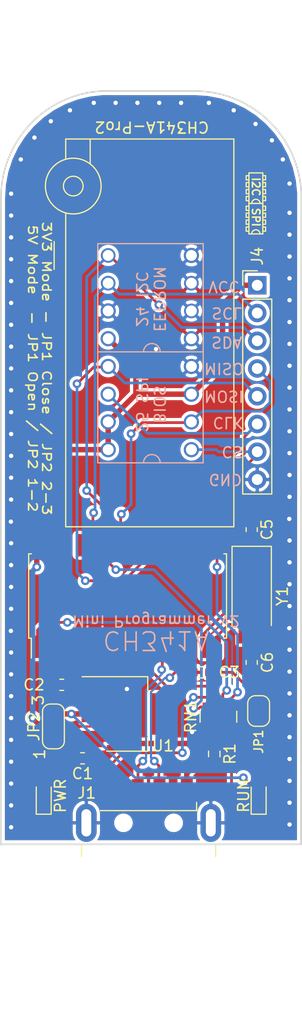
<source format=kicad_pcb>
(kicad_pcb (version 20171130) (host pcbnew "(5.1.8)-1")
  (layers (0 F.Cu signal) (31 B.Cu signal) (34 B.Paste user) (35 F.Paste user) (36 B.SilkS user) (37 F.SilkS user) (38 B.Mask user) (39 F.Mask user) (44 Edge.Cuts user))
  (net 0 "")
  (net 1 Earth)
  (net 2 /3V3)
  (net 3 /5V)
  (net 4 "Net-(C5-Pad1)")
  (net 5 "Net-(C6-Pad1)")
  (net 6 "Net-(D1-Pad2)")
  (net 7 "Net-(D2-Pad1)")
  (net 8 "Net-(J1-Pad1)")
  (net 9 /SCL)
  (net 10 /SDA)
  (net 11 /CS)
  (net 12 /MISO)
  (net 13 /CLK)
  (net 14 /MOSI)
  (net 15 "Net-(U2-Pad2)")
  (net 16 "Net-(U2-Pad3)")
  (net 17 "Net-(U2-Pad4)")
  (net 18 "Net-(U2-Pad7)")
  (net 19 "Net-(U2-Pad8)")
  (net 20 "Net-(U2-Pad16)")
  (net 21 "Net-(U2-Pad17)")
  (net 22 "Net-(U2-Pad19)")
  (net 23 "Net-(U2-Pad21)")
  (net 24 "Net-(U2-Pad25)")
  (net 25 "Net-(U2-Pad26)")
  (net 26 "Net-(RN1-Pad4)")
  (net 27 "Net-(U2-Pad5)")
  (net 28 "Net-(U2-Pad6)")
  (net 29 /VCC)
  (net 30 /USB_P)
  (net 31 /USB_N)
  (net 32 "Net-(C3-Pad2)")
  (module Jumper:SolderJumper-3_P1.3mm_Open_RoundedPad1.0x1.5mm_NumberLabels (layer F.Cu) (at 96.012 103.124 90)
    (fp_text reference JP2 (at 0 -1.8 90) (layer F.SilkS))
    (fp_text value V_SEL)
    (fp_line (start -1.4 -1) (end 1.4 -1) (layer F.SilkS) (width 0.12))
    (fp_line (start 2.05 -0.3) (end 2.05 0.3) (layer F.SilkS) (width 0.12))
    (fp_line (start 1.4 1) (end -1.4 1) (layer F.SilkS) (width 0.12))
    (fp_line (start -2.05 0.3) (end -2.05 -0.3) (layer F.SilkS) (width 0.12))
    (fp_text user 3 (at 2.413 -1.397 90) (layer F.SilkS))
    (fp_text user 1 (at -2.54 -1.27 270) (layer F.SilkS))
    (fp_arc (start 1.35 -0.3) (end 2.05 -0.3) (angle -90) (layer F.SilkS) (width 0.12))
    (fp_arc (start 1.35 0.3) (end 1.35 1) (angle -90) (layer F.SilkS) (width 0.12))
    (fp_arc (start -1.35 0.3) (end -2.05 0.3) (angle -90) (layer F.SilkS) (width 0.12))
    (fp_arc (start -1.35 -0.3) (end -1.35 -1) (angle -90) (layer F.SilkS) (width 0.12))
    (pad 1 smd custom (at -1.3 0 90) (size 1 0.5) (layers F.Cu F.Mask) (net 3 /5V) (options (clearance outline) (anchor rect)) (primitives (gr_circle (center 0 0.25) (end 0.5 0.25) (width 0)) (gr_circle (center 0 -0.25) (end 0.5 -0.25) (width 0)) (gr_poly (pts (xy 0.55 -0.75) (xy 0 -0.75) (xy 0 0.75) (xy 0.55 0.75)) (width 0))))
    (pad 3 smd custom (at 1.3 0 90) (size 1 0.5) (layers F.Cu F.Mask) (net 2 /3V3) (options (clearance outline) (anchor rect)) (primitives (gr_circle (center 0 0.25) (end 0.5 0.25) (width 0)) (gr_circle (center 0 -0.25) (end 0.5 -0.25) (width 0)) (gr_poly (pts (xy -0.55 -0.75) (xy 0 -0.75) (xy 0 0.75) (xy -0.55 0.75)) (width 0))))
    (pad 2 smd rect (at 0 0 90) (size 1 1.5) (layers F.Cu F.Mask) (net 29 /VCC))
  )
  (module Socket:DIP_Socket-16_W4.3_W5.08_W7.62_W10.16_W10.9_3M_216-3340-00-0602J (layer F.Cu) (at 101.0285 60.0075)
    (fp_text reference J3 hide)
    (fp_text value ZIF-16)
    (fp_circle (center -3.2 -6.35) (end -0.65 -6.35) (layer F.SilkS) (width 0.12))
    (fp_circle (center -3.2 -6.35) (end -2.3 -6.35) (layer F.SilkS) (width 0.12))
    (fp_line (start -3.89 -3.9) (end -3.89 24.84) (layer F.SilkS) (width 0.12))
    (fp_line (start -3.89 24.84) (end 11.51 24.84) (layer F.SilkS) (width 0.12))
    (fp_line (start 11.51 24.84) (end 11.51 -10.66) (layer F.SilkS) (width 0.12))
    (fp_line (start 11.51 -10.66) (end -3.89 -10.66) (layer F.SilkS) (width 0.12))
    (fp_line (start -3.89 -10.66) (end -3.89 -8.8) (layer F.SilkS) (width 0.12))
    (fp_line (start -1.65 -10.66) (end -1.65 -8.4) (layer F.SilkS) (width 0.12))
    (fp_line (start -4.95 1.27) (end -4.95 -1.27) (layer F.SilkS) (width 0.12))
    (pad 9 thru_hole circle (at 7.62 17.78) (size 1.4 1.4) (drill 1) (layers *.Cu *.Mask) (net 11 /CS))
    (pad 8 thru_hole circle (at 0 17.78) (size 1.4 1.4) (drill 1) (layers *.Cu *.Mask) (net 29 /VCC))
    (pad 10 thru_hole circle (at 7.62 15.24) (size 1.4 1.4) (drill 1) (layers *.Cu *.Mask) (net 12 /MISO))
    (pad 7 thru_hole circle (at 0 15.24) (size 1.4 1.4) (drill 1) (layers *.Cu *.Mask) (net 29 /VCC))
    (pad 11 thru_hole circle (at 7.62 12.7) (size 1.4 1.4) (drill 1) (layers *.Cu *.Mask) (net 29 /VCC))
    (pad 6 thru_hole circle (at 0 12.7) (size 1.4 1.4) (drill 1) (layers *.Cu *.Mask) (net 13 /CLK))
    (pad 12 thru_hole circle (at 7.62 10.16) (size 1.4 1.4) (drill 1) (layers *.Cu *.Mask) (net 1 Earth))
    (pad 5 thru_hole circle (at 0 10.16) (size 1.4 1.4) (drill 1) (layers *.Cu *.Mask) (net 14 /MOSI))
    (pad 13 thru_hole circle (at 7.62 7.62) (size 1.4 1.4) (drill 1) (layers *.Cu *.Mask) (net 1 Earth))
    (pad 4 thru_hole circle (at 0 7.62) (size 1.4 1.4) (drill 1) (layers *.Cu *.Mask) (net 29 /VCC))
    (pad 14 thru_hole circle (at 7.62 5.08) (size 1.35 1.35) (drill 1) (layers *.Cu *.Mask) (net 1 Earth))
    (pad 3 thru_hole circle (at 0 5.08) (size 1.4 1.4) (drill 1) (layers *.Cu *.Mask) (net 1 Earth))
    (pad 15 thru_hole circle (at 7.62 2.54) (size 1.35 1.35) (drill 1) (layers *.Cu *.Mask) (net 1 Earth))
    (pad 2 thru_hole circle (at 0 2.54) (size 1.35 1.35) (drill 1) (layers *.Cu *.Mask) (net 9 /SCL))
    (pad 16 thru_hole circle (at 7.62 0) (size 1.4 1.4) (drill 1) (layers *.Cu *.Mask) (net 1 Earth))
    (pad 1 thru_hole circle (at 0 0) (size 1.35 1.35) (drill 1) (layers *.Cu *.Mask) (net 10 /SDA))
  )
  (module Resistor_SMD:R_Array_Convex_4x0603 (layer F.Cu) (at 111.125 102.235 270)
    (fp_text reference RN1 (at 0 2.54 90) (layer F.SilkS))
    (fp_text value 222 hide)
    (fp_line (start 0.5 -1.68) (end -0.5 -1.68) (layer F.SilkS) (width 0.12))
    (fp_line (start 0.5 1.68) (end -0.5 1.68) (layer F.SilkS) (width 0.12))
    (pad 1 smd rect (at -0.9 -1.2 270) (size 0.8 0.5) (layers F.Cu F.Paste F.Mask) (net 11 /CS))
    (pad 3 smd rect (at -0.9 0.4 270) (size 0.8 0.4) (layers F.Cu F.Paste F.Mask) (net 6 "Net-(D1-Pad2)"))
    (pad 2 smd rect (at -0.9 -0.4 270) (size 0.8 0.4) (layers F.Cu F.Paste F.Mask) (net 10 /SDA))
    (pad 4 smd rect (at -0.9 1.2 270) (size 0.8 0.5) (layers F.Cu F.Paste F.Mask) (net 26 "Net-(RN1-Pad4)"))
    (pad 7 smd rect (at 0.9 -0.4 270) (size 0.8 0.4) (layers F.Cu F.Paste F.Mask) (net 7 "Net-(D2-Pad1)"))
    (pad 8 smd rect (at 0.9 -1.2 270) (size 0.8 0.5) (layers F.Cu F.Paste F.Mask) (net 7 "Net-(D2-Pad1)"))
    (pad 6 smd rect (at 0.9 0.4 270) (size 0.8 0.4) (layers F.Cu F.Paste F.Mask) (net 3 /5V))
    (pad 5 smd rect (at 0.9 1.2 270) (size 0.8 0.5) (layers F.Cu F.Paste F.Mask) (net 1 Earth))
  )
  (module Package_TO_SOT_SMD:SOT-223-3_TabPin2 (layer F.Cu) (at 102.743 101.981)
    (fp_text reference U1 (at 3.302 2.921 180) (layer F.SilkS))
    (fp_text value AMS1117-3.3 hide)
    (fp_line (start -4.1 -3.41) (end 1.91 -3.41) (layer F.SilkS) (width 0.12))
    (fp_line (start -1.85 3.41) (end 1.91 3.41) (layer F.SilkS) (width 0.12))
    (fp_line (start 1.91 -3.41) (end 1.91 -2.15) (layer F.SilkS) (width 0.12))
    (fp_line (start 1.91 3.41) (end 1.91 2.15) (layer F.SilkS) (width 0.12))
    (pad 2 smd rect (at 3.15 0) (size 2 3.8) (layers F.Cu F.Paste F.Mask) (net 2 /3V3))
    (pad 2 smd rect (at -3.15 0) (size 2 1.5) (layers F.Cu F.Paste F.Mask) (net 2 /3V3))
    (pad 3 smd rect (at -3.15 2.3) (size 2 1.5) (layers F.Cu F.Paste F.Mask) (net 3 /5V))
    (pad 1 smd rect (at -3.15 -2.3) (size 2 1.5) (layers F.Cu F.Paste F.Mask) (net 1 Earth))
  )
  (module Package_SO:SOIC-28W_7.5x17.9mm_P1.27mm (layer F.Cu) (at 102.8065 91.186 90)
    (fp_text reference U2 hide)
    (fp_text value CH341a hide)
    (fp_line (start -3.86 -8.815) (end -5.675 -8.815) (layer F.SilkS) (width 0.12))
    (fp_line (start -3.86 -9.06) (end -3.86 -8.815) (layer F.SilkS) (width 0.12))
    (fp_line (start 0 -9.06) (end -3.86 -9.06) (layer F.SilkS) (width 0.12))
    (fp_line (start 3.86 -9.06) (end 3.86 -8.815) (layer F.SilkS) (width 0.12))
    (fp_line (start 0 -9.06) (end 3.86 -9.06) (layer F.SilkS) (width 0.12))
    (fp_line (start -3.86 9.06) (end -3.86 8.815) (layer F.SilkS) (width 0.12))
    (fp_line (start 0 9.06) (end -3.86 9.06) (layer F.SilkS) (width 0.12))
    (fp_line (start 3.86 9.06) (end 3.86 8.815) (layer F.SilkS) (width 0.12))
    (fp_line (start 0 9.06) (end 3.86 9.06) (layer F.SilkS) (width 0.12))
    (pad 1 smd roundrect (at -4.65 -8.255 90) (size 2.05 0.6) (layers F.Cu F.Paste F.Mask) (net 26 "Net-(RN1-Pad4)"))
    (pad 2 smd roundrect (at -4.65 -6.985 90) (size 2.05 0.6) (layers F.Cu F.Paste F.Mask) (net 15 "Net-(U2-Pad2)"))
    (pad 3 smd roundrect (at -4.65 -5.715 90) (size 2.05 0.6) (layers F.Cu F.Paste F.Mask) (net 16 "Net-(U2-Pad3)"))
    (pad 4 smd roundrect (at -4.65 -4.445 90) (size 2.05 0.6) (layers F.Cu F.Paste F.Mask) (net 17 "Net-(U2-Pad4)"))
    (pad 5 smd roundrect (at -4.65 -3.175 90) (size 2.05 0.6) (layers F.Cu F.Paste F.Mask) (net 27 "Net-(U2-Pad5)"))
    (pad 6 smd roundrect (at -4.65 -1.905 90) (size 2.05 0.6) (layers F.Cu F.Paste F.Mask) (net 28 "Net-(U2-Pad6)"))
    (pad 7 smd roundrect (at -4.65 -0.635 90) (size 2.05 0.6) (layers F.Cu F.Paste F.Mask) (net 18 "Net-(U2-Pad7)"))
    (pad 8 smd roundrect (at -4.65 0.635 90) (size 2.05 0.6) (layers F.Cu F.Paste F.Mask) (net 19 "Net-(U2-Pad8)"))
    (pad 9 smd roundrect (at -4.65 1.905 90) (size 2.05 0.6) (layers F.Cu F.Paste F.Mask) (net 32 "Net-(C3-Pad2)"))
    (pad 10 smd roundrect (at -4.65 3.175 90) (size 2.05 0.6) (layers F.Cu F.Paste F.Mask) (net 30 /USB_P))
    (pad 11 smd roundrect (at -4.65 4.445 90) (size 2.05 0.6) (layers F.Cu F.Paste F.Mask) (net 31 /USB_N))
    (pad 12 smd roundrect (at -4.65 5.715 90) (size 2.05 0.6) (layers F.Cu F.Paste F.Mask) (net 1 Earth))
    (pad 13 smd roundrect (at -4.65 6.985 90) (size 2.05 0.6) (layers F.Cu F.Paste F.Mask) (net 4 "Net-(C5-Pad1)"))
    (pad 14 smd roundrect (at -4.65 8.255 90) (size 2.05 0.6) (layers F.Cu F.Paste F.Mask) (net 5 "Net-(C6-Pad1)"))
    (pad 15 smd roundrect (at 4.65 8.255 90) (size 2.05 0.6) (layers F.Cu F.Paste F.Mask) (net 11 /CS))
    (pad 16 smd roundrect (at 4.65 6.985 90) (size 2.05 0.6) (layers F.Cu F.Paste F.Mask) (net 20 "Net-(U2-Pad16)"))
    (pad 17 smd roundrect (at 4.65 5.715 90) (size 2.05 0.6) (layers F.Cu F.Paste F.Mask) (net 21 "Net-(U2-Pad17)"))
    (pad 18 smd roundrect (at 4.65 4.445 90) (size 2.05 0.6) (layers F.Cu F.Paste F.Mask) (net 13 /CLK))
    (pad 19 smd roundrect (at 4.65 3.175 90) (size 2.05 0.6) (layers F.Cu F.Paste F.Mask) (net 22 "Net-(U2-Pad19)"))
    (pad 20 smd roundrect (at 4.65 1.905 90) (size 2.05 0.6) (layers F.Cu F.Paste F.Mask) (net 14 /MOSI))
    (pad 21 smd roundrect (at 4.65 0.635 90) (size 2.05 0.6) (layers F.Cu F.Paste F.Mask) (net 23 "Net-(U2-Pad21)"))
    (pad 22 smd roundrect (at 4.65 -0.635 90) (size 2.05 0.6) (layers F.Cu F.Paste F.Mask) (net 12 /MISO))
    (pad 23 smd roundrect (at 4.65 -1.905 90) (size 2.05 0.6) (layers F.Cu F.Paste F.Mask) (net 10 /SDA))
    (pad 24 smd roundrect (at 4.65 -3.175 90) (size 2.05 0.6) (layers F.Cu F.Paste F.Mask) (net 9 /SCL))
    (pad 25 smd roundrect (at 4.65 -4.445 90) (size 2.05 0.6) (layers F.Cu F.Paste F.Mask) (net 24 "Net-(U2-Pad25)"))
    (pad 26 smd roundrect (at 4.65 -5.715 90) (size 2.05 0.6) (layers F.Cu F.Paste F.Mask) (net 25 "Net-(U2-Pad26)"))
    (pad 27 smd roundrect (at 4.65 -6.985 90) (size 2.05 0.6) (layers F.Cu F.Paste F.Mask) (net 1 Earth))
    (pad 28 smd roundrect (at 4.65 -8.255 90) (size 2.05 0.6) (layers F.Cu F.Paste F.Mask) (net 29 /VCC))
  )
  (module Connector_USB:USB_A_CNCTech_1001-011-01101_Horizontal (layer F.Cu) (at 104.7265 118.8505 270)
    (fp_text reference J1 (at -9.6305 5.6665 180) (layer F.SilkS))
    (fp_text value USB_A)
    (fp_line (start -8.02 -4.4) (end -8.775 -4.4) (layer F.SilkS) (width 0.12))
    (fp_line (start -4.85 6.145) (end -3.8 6.145) (layer F.SilkS) (width 0.12))
    (fp_line (start -4.85 -6.145) (end -3.8 -6.145) (layer F.SilkS) (width 0.12))
    (fp_line (start -8.02 -4.4) (end -8.02 4.4) (layer F.SilkS) (width 0.12))
    (pad 2 smd rect (at -9.65 -1 270) (size 2.5 1.1) (layers F.Cu F.Paste F.Mask) (net 31 /USB_N))
    (pad 3 smd rect (at -9.65 1 270) (size 2.5 1.1) (layers F.Cu F.Paste F.Mask) (net 30 /USB_P))
    (pad 1 smd rect (at -9.65 -3.5 270) (size 2.5 1.1) (layers F.Cu F.Paste F.Mask) (net 8 "Net-(J1-Pad1)"))
    (pad 4 smd rect (at -9.65 3.5 270) (size 2.5 1.1) (layers F.Cu F.Paste F.Mask) (net 1 Earth))
    (pad 5 thru_hole oval (at -6.9 -5.7 270) (size 3.5 1.9) (drill oval 2.5 0.9) (layers *.Cu *.Mask) (net 1 Earth))
    (pad 5 thru_hole oval (at -6.9 5.7 270) (size 3.5 1.9) (drill oval 2.5 0.9) (layers *.Cu *.Mask) (net 1 Earth))
    (pad "" np_thru_hole circle (at -6.9 -2.3 270) (size 1.1 1.1) (drill 1.1) (layers *.Cu *.Mask))
    (pad "" np_thru_hole circle (at -6.9 2.3 270) (size 1.1 1.1) (drill 1.1) (layers *.Cu *.Mask))
  )
  (module Capacitor_SMD:C_0603_1608Metric_Pad1.05x0.95mm_HandSolder (layer F.Cu) (at 98.679 106.045 180)
    (fp_text reference C1 (at 0 -1.397) (layer F.SilkS))
    (fp_text value 104)
    (fp_line (start -0.171267 0.51) (end 0.171267 0.51) (layer F.SilkS) (width 0.12))
    (fp_line (start -0.171267 -0.51) (end 0.171267 -0.51) (layer F.SilkS) (width 0.12))
    (pad 1 smd roundrect (at -0.875 0 180) (size 1.05 0.95) (layers F.Cu F.Paste F.Mask) (net 3 /5V))
    (pad 2 smd roundrect (at 0.875 0 180) (size 1.05 0.95) (layers F.Cu F.Paste F.Mask) (net 1 Earth))
  )
  (module Capacitor_SMD:C_0603_1608Metric_Pad1.05x0.95mm_HandSolder (layer F.Cu) (at 96.774 99.314)
    (fp_text reference C2 (at -2.54 0 180) (layer F.SilkS))
    (fp_text value 104)
    (fp_line (start -0.171267 0.51) (end 0.171267 0.51) (layer F.SilkS) (width 0.12))
    (fp_line (start -0.171267 -0.51) (end 0.171267 -0.51) (layer F.SilkS) (width 0.12))
    (pad 1 smd roundrect (at -0.875 0) (size 1.05 0.95) (layers F.Cu F.Paste F.Mask) (net 2 /3V3))
    (pad 2 smd roundrect (at 0.875 0) (size 1.05 0.95) (layers F.Cu F.Paste F.Mask) (net 1 Earth))
  )
  (module Capacitor_SMD:C_0603_1608Metric_Pad1.05x0.95mm_HandSolder (layer F.Cu) (at 109.5642 98.171)
    (fp_text reference C3 (at 2.5514 0) (layer F.SilkS))
    (fp_text value 472)
    (fp_line (start -0.171267 -0.51) (end 0.171267 -0.51) (layer F.SilkS) (width 0.12))
    (fp_line (start -0.171267 0.51) (end 0.171267 0.51) (layer F.SilkS) (width 0.12))
    (pad 2 smd roundrect (at 0.875 0) (size 1.05 0.95) (layers F.Cu F.Paste F.Mask) (net 32 "Net-(C3-Pad2)"))
    (pad 1 smd roundrect (at -0.875 0) (size 1.05 0.95) (layers F.Cu F.Paste F.Mask) (net 1 Earth))
  )
  (module Capacitor_SMD:C_0603_1608Metric_Pad1.05x0.95mm_HandSolder (layer F.Cu) (at 114.173 85.104 90)
    (fp_text reference C5 (at 0 1.397 90) (layer F.SilkS))
    (fp_text value 20p)
    (fp_line (start -0.171267 0.51) (end 0.171267 0.51) (layer F.SilkS) (width 0.12))
    (fp_line (start -0.171267 -0.51) (end 0.171267 -0.51) (layer F.SilkS) (width 0.12))
    (pad 1 smd roundrect (at -0.875 0 90) (size 1.05 0.95) (layers F.Cu F.Paste F.Mask) (net 4 "Net-(C5-Pad1)"))
    (pad 2 smd roundrect (at 0.875 0 90) (size 1.05 0.95) (layers F.Cu F.Paste F.Mask) (net 1 Earth))
  )
  (module Capacitor_SMD:C_0603_1608Metric_Pad1.05x0.95mm_HandSolder (layer F.Cu) (at 114.173 97.268 270)
    (fp_text reference C6 (at 0 -1.43 90) (layer F.SilkS))
    (fp_text value 20p)
    (fp_line (start -0.171267 -0.51) (end 0.171267 -0.51) (layer F.SilkS) (width 0.12))
    (fp_line (start -0.171267 0.51) (end 0.171267 0.51) (layer F.SilkS) (width 0.12))
    (pad 2 smd roundrect (at 0.875 0 270) (size 1.05 0.95) (layers F.Cu F.Paste F.Mask) (net 1 Earth))
    (pad 1 smd roundrect (at -0.875 0 270) (size 1.05 0.95) (layers F.Cu F.Paste F.Mask) (net 5 "Net-(C6-Pad1)"))
  )
  (module LED_SMD:LED_0603_1608Metric_Castellated (layer F.Cu) (at 95.123 109.474 90)
    (fp_text reference PWR (at 0 1.524 90) (layer F.SilkS))
    (fp_text value PWR)
    (fp_line (start 0.8 -0.685) (end -1.685 -0.685) (layer F.SilkS) (width 0.12))
    (fp_line (start -1.685 -0.685) (end -1.685 0.685) (layer F.SilkS) (width 0.12))
    (fp_line (start -1.685 0.685) (end 0.8 0.685) (layer F.SilkS) (width 0.12))
    (pad 2 smd roundrect (at 0.8125 0 90) (size 1.225 0.85) (layers F.Cu F.Paste F.Mask) (net 6 "Net-(D1-Pad2)"))
    (pad 1 smd roundrect (at -0.8125 0 90) (size 1.225 0.85) (layers F.Cu F.Paste F.Mask) (net 1 Earth))
  )
  (module LED_SMD:LED_0603_1608Metric_Castellated (layer F.Cu) (at 114.808 109.474 90)
    (fp_text reference RUN (at 0 -1.38 90) (layer F.SilkS))
    (fp_text value RUN)
    (fp_line (start -1.685 0.685) (end 0.8 0.685) (layer F.SilkS) (width 0.12))
    (fp_line (start -1.685 -0.685) (end -1.685 0.685) (layer F.SilkS) (width 0.12))
    (fp_line (start 0.8 -0.685) (end -1.685 -0.685) (layer F.SilkS) (width 0.12))
    (pad 1 smd roundrect (at -0.8125 0 90) (size 1.225 0.85) (layers F.Cu F.Paste F.Mask) (net 7 "Net-(D2-Pad1)"))
    (pad 2 smd roundrect (at 0.8125 0 90) (size 1.225 0.85) (layers F.Cu F.Paste F.Mask) (net 2 /3V3))
  )
  (module Jumper:SolderJumper-2_P1.3mm_Open_RoundedPad1.0x1.5mm (layer F.Cu) (at 114.808 101.712 270)
    (fp_text reference JP1 (at 2.809 0 90) (layer F.SilkS) (effects (font (size 0.8 0.8))))
    (fp_text value " ")
    (fp_line (start -0.7 -1) (end 0.7 -1) (layer F.SilkS) (width 0.12))
    (fp_line (start 1.4 -0.3) (end 1.4 0.3) (layer F.SilkS) (width 0.12))
    (fp_line (start 0.7 1) (end -0.7 1) (layer F.SilkS) (width 0.12))
    (fp_line (start -1.4 0.3) (end -1.4 -0.3) (layer F.SilkS) (width 0.12))
    (fp_arc (start 0.7 -0.3) (end 1.4 -0.3) (angle -90) (layer F.SilkS) (width 0.12))
    (fp_arc (start 0.7 0.3) (end 0.7 1) (angle -90) (layer F.SilkS) (width 0.12))
    (fp_arc (start -0.7 0.3) (end -1.4 0.3) (angle -90) (layer F.SilkS) (width 0.12))
    (fp_arc (start -0.7 -0.3) (end -0.7 -1) (angle -90) (layer F.SilkS) (width 0.12))
    (pad 1 smd custom (at -0.65 0 270) (size 1 0.5) (layers F.Cu F.Mask) (net 32 "Net-(C3-Pad2)") (options (clearance outline) (anchor rect)) (primitives (gr_circle (center 0 0.25) (end 0.5 0.25) (width 0)) (gr_circle (center 0 -0.25) (end 0.5 -0.25) (width 0)) (gr_poly (pts (xy 0 -0.75) (xy 0.5 -0.75) (xy 0.5 0.75) (xy 0 0.75)) (width 0))))
    (pad 2 smd custom (at 0.65 0 270) (size 1 0.5) (layers F.Cu F.Mask) (net 2 /3V3) (options (clearance outline) (anchor rect)) (primitives (gr_circle (center 0 0.25) (end 0.5 0.25) (width 0)) (gr_circle (center 0 -0.25) (end 0.5 -0.25) (width 0)) (gr_poly (pts (xy 0 -0.75) (xy -0.5 -0.75) (xy -0.5 0.75) (xy 0 0.75)) (width 0))))
  )
  (module Resistor_SMD:R_0603_1608Metric_Pad0.98x0.95mm_HandSolder (layer F.Cu) (at 110.744 105.6405 270)
    (fp_text reference R1 (at 0 -1.43 90) (layer F.SilkS))
    (fp_text value 0R)
    (fp_line (start -0.254724 0.5225) (end 0.254724 0.5225) (layer F.SilkS) (width 0.12))
    (fp_line (start -0.254724 -0.5225) (end 0.254724 -0.5225) (layer F.SilkS) (width 0.12))
    (pad 1 smd roundrect (at -0.9125 0 270) (size 0.975 0.95) (layers F.Cu F.Paste F.Mask) (net 3 /5V))
    (pad 2 smd roundrect (at 0.9125 0 270) (size 0.975 0.95) (layers F.Cu F.Paste F.Mask) (net 8 "Net-(J1-Pad1)"))
  )
  (module Crystal:Crystal_SMD_5032-2Pin_5.0x3.2mm_HandSoldering (layer F.Cu) (at 114.173 91.186 270)
    (fp_text reference Y1 (at 0 -2.8 90) (layer F.SilkS))
    (fp_text value 12M)
    (fp_line (start -4.55 1.8) (end 2.7 1.8) (layer F.SilkS) (width 0.12))
    (fp_line (start -4.55 -1.8) (end -4.55 1.8) (layer F.SilkS) (width 0.12))
    (fp_line (start 2.7 -1.8) (end -4.55 -1.8) (layer F.SilkS) (width 0.12))
    (pad 1 smd rect (at -2.6 0 270) (size 3.5 2.4) (layers F.Cu F.Paste F.Mask) (net 4 "Net-(C5-Pad1)"))
    (pad 2 smd rect (at 2.6 0 270) (size 3.5 2.4) (layers F.Cu F.Paste F.Mask) (net 5 "Net-(C6-Pad1)"))
  )
  (module Connector_PinHeader_2.54mm:PinHeader_1x08_P2.54mm_Vertical (layer F.Cu) (at 114.681 62.738)
    (fp_text reference J4 (at 0 -2.667 90) (layer F.SilkS))
    (fp_text value " ")
    (fp_line (start -1.33 -1.33) (end 0 -1.33) (layer F.SilkS) (width 0.12))
    (fp_line (start -1.33 0) (end -1.33 -1.33) (layer F.SilkS) (width 0.12))
    (fp_line (start -1.33 1.27) (end 1.33 1.27) (layer F.SilkS) (width 0.12))
    (fp_line (start 1.33 1.27) (end 1.33 19.11) (layer F.SilkS) (width 0.12))
    (fp_line (start -1.33 1.27) (end -1.33 19.11) (layer F.SilkS) (width 0.12))
    (fp_line (start -1.33 19.11) (end 1.33 19.11) (layer F.SilkS) (width 0.12))
    (pad 1 thru_hole rect (at 0 0) (size 1.7 1.7) (drill 1) (layers *.Cu *.Mask) (net 29 /VCC))
    (pad 2 thru_hole oval (at 0 2.54) (size 1.7 1.7) (drill 1) (layers *.Cu *.Mask) (net 9 /SCL))
    (pad 3 thru_hole oval (at 0 5.08) (size 1.7 1.7) (drill 1) (layers *.Cu *.Mask) (net 10 /SDA))
    (pad 4 thru_hole oval (at 0 7.62) (size 1.7 1.7) (drill 1) (layers *.Cu *.Mask) (net 12 /MISO))
    (pad 5 thru_hole oval (at 0 10.16) (size 1.7 1.7) (drill 1) (layers *.Cu *.Mask) (net 14 /MOSI))
    (pad 6 thru_hole oval (at 0 12.7) (size 1.7 1.7) (drill 1) (layers *.Cu *.Mask) (net 13 /CLK))
    (pad 7 thru_hole oval (at 0 15.24) (size 1.7 1.7) (drill 1) (layers *.Cu *.Mask) (net 11 /CS))
    (pad 8 thru_hole oval (at 0 17.78) (size 1.7 1.7) (drill 1) (layers *.Cu *.Mask) (net 1 Earth))
  )
  (gr_arc (start 105.029 78.994) (end 105.791 78.994) (angle -180) (layer B.SilkS) (width 0.12))
  (gr_arc (start 105.029 68.834) (end 105.791 68.834) (angle -180) (layer B.SilkS) (width 0.12))
  (gr_text "Mini Programmer v2" (at 105.41 93.472 180) (layer B.SilkS) (effects (font (size 1 1)) (justify mirror)))
  (gr_text CH341A (at 105.41 95.25 180) (layer B.SilkS) (effects (font (size 1.7 1.7)) (justify mirror)))
  (gr_text "EEPROM\n24 I2C" (at 104.902 64.008 270) (layer B.SilkS) (effects (font (size 1 1)) (justify mirror)))
  (gr_text "BIOS\n25 SPI" (at 104.902 73.66 270) (layer B.SilkS) (effects (font (size 1 1)) (justify mirror)))
  (gr_line (start 100.076 58.928) (end 100.076 68.834) (layer B.SilkS) (width 0.12))
  (gr_line (start 109.728 58.928) (end 100.076 58.928) (layer B.SilkS) (width 0.12))
  (gr_line (start 109.728 68.834) (end 109.728 58.928) (layer B.SilkS) (width 0.12))
  (gr_line (start 100.076 68.834) (end 109.728 68.834) (layer B.SilkS) (width 0.12))
  (gr_line (start 100.076 78.994) (end 100.076 68.834) (layer B.SilkS) (width 0.12))
  (gr_line (start 109.728 78.994) (end 100.076 78.994) (layer B.SilkS) (width 0.12))
  (gr_line (start 109.728 68.834) (end 109.728 78.994) (layer B.SilkS) (width 0.12))
  (gr_text GND (at 111.76 80.518 180) (layer B.SilkS) (effects (font (size 1 1)) (justify mirror)))
  (gr_text CS (at 112.395 77.978 180) (layer B.SilkS) (effects (font (size 1 1)) (justify mirror)))
  (gr_text CLK (at 112.014 75.311 180) (layer B.SilkS) (effects (font (size 1 1)) (justify mirror)))
  (gr_text MOSI (at 111.633 72.898 180) (layer B.SilkS) (effects (font (size 1 1)) (justify mirror)))
  (gr_text MISO (at 111.633 70.358 180) (layer B.SilkS) (effects (font (size 1 1)) (justify mirror)))
  (gr_text SDA (at 111.887 67.945 180) (layer B.SilkS) (effects (font (size 1 1)) (justify mirror)))
  (gr_text SCL (at 111.887 65.278 180) (layer B.SilkS) (effects (font (size 1 1)) (justify mirror)))
  (gr_text VCC (at 111.633 62.865 180) (layer B.SilkS) (effects (font (size 1 1)) (justify mirror)))
  (gr_text CH341A-Pro2 (at 105.029 48.26 180) (layer F.SilkS) (effects (font (size 1 1))))
  (gr_text SPI (at 114.554 56.515 270) (layer F.SilkS) (effects (font (size 0.7 0.7))))
  (gr_text I2C (at 114.554 53.721 270) (layer F.SilkS) (effects (font (size 0.7 0.7))))
  (gr_line (start 113.665 53.721) (end 113.665 53.34) (layer F.SilkS) (width 0.12))
  (gr_line (start 115.189 52.705) (end 115.443 52.705) (layer F.SilkS) (width 0.12))
  (gr_line (start 113.919 55.245) (end 115.189 55.245) (layer F.SilkS) (width 0.12))
  (gr_line (start 115.443 54.61) (end 115.443 54.991) (layer F.SilkS) (width 0.12))
  (gr_line (start 115.443 54.356) (end 115.189 54.356) (layer F.SilkS) (width 0.12))
  (gr_line (start 115.189 53.975) (end 115.443 53.975) (layer F.SilkS) (width 0.12))
  (gr_line (start 113.665 53.975) (end 113.919 53.975) (layer F.SilkS) (width 0.12))
  (gr_line (start 113.665 54.61) (end 113.919 54.61) (layer F.SilkS) (width 0.12))
  (gr_line (start 115.189 54.61) (end 115.443 54.61) (layer F.SilkS) (width 0.12))
  (gr_line (start 113.919 54.991) (end 113.665 54.991) (layer F.SilkS) (width 0.12))
  (gr_line (start 113.665 54.356) (end 113.665 53.975) (layer F.SilkS) (width 0.12))
  (gr_line (start 113.665 53.086) (end 113.665 52.705) (layer F.SilkS) (width 0.12))
  (gr_line (start 115.189 53.34) (end 115.443 53.34) (layer F.SilkS) (width 0.12))
  (gr_line (start 115.443 53.975) (end 115.443 54.356) (layer F.SilkS) (width 0.12))
  (gr_line (start 113.665 52.705) (end 113.919 52.705) (layer F.SilkS) (width 0.12))
  (gr_line (start 115.189 52.451) (end 113.919 52.451) (layer F.SilkS) (width 0.12))
  (gr_line (start 113.919 53.086) (end 113.665 53.086) (layer F.SilkS) (width 0.12))
  (gr_line (start 115.443 54.991) (end 115.189 54.991) (layer F.SilkS) (width 0.12))
  (gr_arc (start 114.554 55.245) (end 114.935 55.245) (angle -180) (layer F.SilkS) (width 0.12))
  (gr_line (start 115.443 53.086) (end 115.189 53.086) (layer F.SilkS) (width 0.12))
  (gr_line (start 115.443 53.34) (end 115.443 53.721) (layer F.SilkS) (width 0.12))
  (gr_line (start 115.443 52.705) (end 115.443 53.086) (layer F.SilkS) (width 0.12))
  (gr_line (start 113.665 53.34) (end 113.919 53.34) (layer F.SilkS) (width 0.12))
  (gr_line (start 113.919 53.721) (end 113.665 53.721) (layer F.SilkS) (width 0.12))
  (gr_line (start 115.189 55.245) (end 115.189 52.451) (layer F.SilkS) (width 0.12))
  (gr_line (start 113.919 54.356) (end 113.665 54.356) (layer F.SilkS) (width 0.12))
  (gr_line (start 115.443 53.721) (end 115.189 53.721) (layer F.SilkS) (width 0.12))
  (gr_line (start 113.665 54.991) (end 113.665 54.61) (layer F.SilkS) (width 0.12))
  (gr_line (start 113.919 52.451) (end 113.919 55.245) (layer F.SilkS) (width 0.12))
  (gr_arc (start 114.554 58.039) (end 114.935 58.039) (angle -180) (layer F.SilkS) (width 0.12))
  (gr_line (start 115.443 56.769) (end 115.443 57.15) (layer F.SilkS) (width 0.12))
  (gr_line (start 115.443 56.515) (end 115.189 56.515) (layer F.SilkS) (width 0.12))
  (gr_line (start 115.443 55.88) (end 115.189 55.88) (layer F.SilkS) (width 0.12))
  (gr_line (start 115.189 55.499) (end 115.443 55.499) (layer F.SilkS) (width 0.12))
  (gr_line (start 115.443 56.134) (end 115.443 56.515) (layer F.SilkS) (width 0.12))
  (gr_line (start 115.443 57.404) (end 115.443 57.785) (layer F.SilkS) (width 0.12))
  (gr_line (start 115.443 57.785) (end 115.189 57.785) (layer F.SilkS) (width 0.12))
  (gr_line (start 115.189 57.404) (end 115.443 57.404) (layer F.SilkS) (width 0.12))
  (gr_line (start 115.443 57.15) (end 115.189 57.15) (layer F.SilkS) (width 0.12))
  (gr_line (start 115.189 56.769) (end 115.443 56.769) (layer F.SilkS) (width 0.12))
  (gr_line (start 115.189 56.134) (end 115.443 56.134) (layer F.SilkS) (width 0.12))
  (gr_line (start 115.443 55.499) (end 115.443 55.88) (layer F.SilkS) (width 0.12))
  (gr_line (start 115.189 55.245) (end 113.919 55.245) (layer F.SilkS) (width 0.12))
  (gr_line (start 115.189 58.039) (end 115.189 55.245) (layer F.SilkS) (width 0.12))
  (gr_line (start 113.919 58.039) (end 115.189 58.039) (layer F.SilkS) (width 0.12))
  (gr_line (start 113.919 55.245) (end 113.919 58.039) (layer F.SilkS) (width 0.12))
  (gr_line (start 113.665 55.499) (end 113.919 55.499) (layer F.SilkS) (width 0.12))
  (gr_line (start 113.919 55.88) (end 113.665 55.88) (layer F.SilkS) (width 0.12))
  (gr_line (start 113.665 55.88) (end 113.665 55.499) (layer F.SilkS) (width 0.12))
  (gr_line (start 113.665 56.134) (end 113.919 56.134) (layer F.SilkS) (width 0.12))
  (gr_line (start 113.919 56.515) (end 113.665 56.515) (layer F.SilkS) (width 0.12))
  (gr_line (start 113.665 56.515) (end 113.665 56.134) (layer F.SilkS) (width 0.12))
  (gr_line (start 113.665 56.769) (end 113.919 56.769) (layer F.SilkS) (width 0.12))
  (gr_line (start 113.919 57.15) (end 113.665 57.15) (layer F.SilkS) (width 0.12))
  (gr_line (start 113.665 57.15) (end 113.665 56.769) (layer F.SilkS) (width 0.12))
  (gr_line (start 113.665 57.404) (end 113.919 57.404) (layer F.SilkS) (width 0.12))
  (gr_line (start 113.665 57.785) (end 113.665 57.404) (layer F.SilkS) (width 0.12))
  (gr_line (start 113.919 57.785) (end 113.665 57.785) (layer F.SilkS) (width 0.12))
  (gr_text "3V3 Mode - JP1 Close / JP2 2-3\n5V Mode  - JP1 Open / JP2 1-2" (at 94.742 70.358 270) (layer F.SilkS) (effects (font (size 0.8 1))))
  (gr_arc (start 108.9578 54.724678) (end 118.7114 55.229927) (angle -92.96534445) (layer Edge.Cuts) (width 0.15))
  (gr_arc (start 100.978078 54.7116) (end 101.483327 44.958) (angle -93.11435259) (layer Edge.Cuts) (width 0.15))
  (gr_line (start 108.9578 44.958) (end 101.483327 44.958) (layer Edge.Cuts) (width 0.15))
  (gr_line (start 91.1942 113.919) (end 91.211434 54.737) (layer Edge.Cuts) (width 0.15))
  (gr_line (start 118.6942 113.919) (end 118.7114 55.229927) (layer Edge.Cuts) (width 0.15))
  (gr_line (start 118.6942 113.919) (end 91.1942 113.919) (layer Edge.Cuts) (width 0.15))
  (via (at 112.5242 46.719) (size 0.8) (drill 0.4) (layers F.Cu B.Cu) (net 1))
  (via (at 114.5242 47.969) (size 0.8) (drill 0.4) (layers F.Cu B.Cu) (net 1))
  (via (at 116.0242 49.469) (size 0.8) (drill 0.4) (layers F.Cu B.Cu) (net 1))
  (via (at 117.0242 51.219) (size 0.8) (drill 0.4) (layers F.Cu B.Cu) (net 1))
  (via (at 97.5242 46.719) (size 0.8) (drill 0.4) (layers F.Cu B.Cu) (net 1))
  (via (at 93.0242 51.219) (size 0.8) (drill 0.4) (layers F.Cu B.Cu) (net 1))
  (via (at 95.7742 47.719) (size 0.8) (drill 0.4) (layers F.Cu B.Cu) (net 1))
  (via (at 94.2742 49.219) (size 0.8) (drill 0.4) (layers F.Cu B.Cu) (net 1))
  (via (at 110.2487 46.0375) (size 0.8) (drill 0.4) (layers F.Cu B.Cu) (net 1))
  (via (at 107.7057 46.0375) (size 0.8) (drill 0.4) (layers F.Cu B.Cu) (net 1))
  (via (at 105.7057 46.0375) (size 0.8) (drill 0.4) (layers F.Cu B.Cu) (net 1))
  (via (at 103.7057 46.0375) (size 0.8) (drill 0.4) (layers F.Cu B.Cu) (net 1))
  (via (at 101.7057 46.0375) (size 0.8) (drill 0.4) (layers F.Cu B.Cu) (net 1))
  (via (at 99.7057 46.0375) (size 0.8) (drill 0.4) (layers F.Cu B.Cu) (net 1))
  (via (at 108.712 103.632) (size 0.8) (drill 0.4) (layers F.Cu B.Cu) (net 1))
  (via (at 105.41 68.58) (size 0.8) (drill 0.4) (layers F.Cu B.Cu) (net 1))
  (via (at 102.743 99.695) (size 0.8) (drill 0.4) (layers F.Cu B.Cu) (net 1))
  (via (at 117.638724 92.104476) (size 0.8) (drill 0.4) (layers F.Cu B.Cu) (net 1))
  (via (at 92.138724 104.354476) (size 0.8) (drill 0.4) (layers F.Cu B.Cu) (net 1))
  (via (at 92.138724 96.354476) (size 0.8) (drill 0.4) (layers F.Cu B.Cu) (net 1))
  (via (at 117.638724 110.104476) (size 0.8) (drill 0.4) (layers F.Cu B.Cu) (net 1))
  (via (at 117.638724 112.104476) (size 0.8) (drill 0.4) (layers F.Cu B.Cu) (net 1))
  (via (at 92.138724 64.354476) (size 0.8) (drill 0.4) (layers F.Cu B.Cu) (net 1))
  (via (at 92.138724 68.354476) (size 0.8) (drill 0.4) (layers F.Cu B.Cu) (net 1))
  (via (at 117.638724 68.104476) (size 0.8) (drill 0.4) (layers F.Cu B.Cu) (net 1))
  (via (at 92.138724 92.354476) (size 0.8) (drill 0.4) (layers F.Cu B.Cu) (net 1))
  (via (at 92.138724 60.354476) (size 0.8) (drill 0.4) (layers F.Cu B.Cu) (net 1))
  (via (at 117.638724 104.104476) (size 0.8) (drill 0.4) (layers F.Cu B.Cu) (net 1))
  (via (at 117.6147 94.1285) (size 0.8) (drill 0.4) (layers F.Cu B.Cu) (net 1))
  (via (at 117.638724 100.104476) (size 0.8) (drill 0.4) (layers F.Cu B.Cu) (net 1))
  (via (at 117.638724 86.104476) (size 0.8) (drill 0.4) (layers F.Cu B.Cu) (net 1))
  (via (at 92.138724 66.354476) (size 0.8) (drill 0.4) (layers F.Cu B.Cu) (net 1))
  (via (at 117.638724 66.104476) (size 0.8) (drill 0.4) (layers F.Cu B.Cu) (net 1))
  (via (at 92.138724 98.354476) (size 0.8) (drill 0.4) (layers F.Cu B.Cu) (net 1))
  (via (at 117.638724 62.104476) (size 0.8) (drill 0.4) (layers F.Cu B.Cu) (net 1))
  (via (at 117.638724 78.104476) (size 0.8) (drill 0.4) (layers F.Cu B.Cu) (net 1))
  (via (at 92.138724 106.354476) (size 0.8) (drill 0.4) (layers F.Cu B.Cu) (net 1))
  (via (at 117.638724 70.104476) (size 0.8) (drill 0.4) (layers F.Cu B.Cu) (net 1))
  (via (at 117.638724 82.104476) (size 0.8) (drill 0.4) (layers F.Cu B.Cu) (net 1))
  (via (at 92.138724 100.354476) (size 0.8) (drill 0.4) (layers F.Cu B.Cu) (net 1))
  (via (at 92.138724 112.354476) (size 0.8) (drill 0.4) (layers F.Cu B.Cu) (net 1))
  (via (at 117.638724 90.104476) (size 0.8) (drill 0.4) (layers F.Cu B.Cu) (net 1))
  (via (at 92.1147 84.3785) (size 0.8) (drill 0.4) (layers F.Cu B.Cu) (net 1))
  (via (at 117.638724 108.104476) (size 0.8) (drill 0.4) (layers F.Cu B.Cu) (net 1))
  (via (at 92.138724 62.354476) (size 0.8) (drill 0.4) (layers F.Cu B.Cu) (net 1))
  (via (at 92.138724 74.354476) (size 0.8) (drill 0.4) (layers F.Cu B.Cu) (net 1))
  (via (at 92.138724 86.354476) (size 0.8) (drill 0.4) (layers F.Cu B.Cu) (net 1))
  (via (at 117.6147 84.1285) (size 0.8) (drill 0.4) (layers F.Cu B.Cu) (net 1))
  (via (at 117.638724 64.104476) (size 0.8) (drill 0.4) (layers F.Cu B.Cu) (net 1))
  (via (at 117.638724 80.104476) (size 0.8) (drill 0.4) (layers F.Cu B.Cu) (net 1))
  (via (at 92.138724 110.354476) (size 0.8) (drill 0.4) (layers F.Cu B.Cu) (net 1))
  (via (at 92.138724 88.354476) (size 0.8) (drill 0.4) (layers F.Cu B.Cu) (net 1))
  (segment (start 110.4242 112.353) (end 110.4242 112.918) (width 0.5) (layer F.Cu) (net 1))
  (via (at 92.138724 72.354476) (size 0.8) (drill 0.4) (layers F.Cu B.Cu) (net 1))
  (via (at 92.138724 90.354476) (size 0.8) (drill 0.4) (layers F.Cu B.Cu) (net 1))
  (via (at 92.138724 56.354476) (size 0.8) (drill 0.4) (layers F.Cu B.Cu) (net 1))
  (segment (start 110.4242 112.353) (end 110.4242 112.6975) (width 0.5) (layer F.Cu) (net 1))
  (via (at 92.138724 58.354476) (size 0.8) (drill 0.4) (layers F.Cu B.Cu) (net 1))
  (via (at 92.138724 76.354476) (size 0.8) (drill 0.4) (layers F.Cu B.Cu) (net 1))
  (via (at 92.138724 54.354476) (size 0.8) (drill 0.4) (layers F.Cu B.Cu) (net 1))
  (via (at 92.138724 78.354476) (size 0.8) (drill 0.4) (layers F.Cu B.Cu) (net 1))
  (via (at 92.138724 80.354476) (size 0.8) (drill 0.4) (layers F.Cu B.Cu) (net 1))
  (via (at 117.638724 102.104476) (size 0.8) (drill 0.4) (layers F.Cu B.Cu) (net 1))
  (via (at 92.1147 94.3785) (size 0.8) (drill 0.4) (layers F.Cu B.Cu) (net 1))
  (via (at 92.138724 70.354476) (size 0.8) (drill 0.4) (layers F.Cu B.Cu) (net 1))
  (via (at 117.638724 58.104476) (size 0.8) (drill 0.4) (layers F.Cu B.Cu) (net 1))
  (via (at 117.638724 106.104476) (size 0.8) (drill 0.4) (layers F.Cu B.Cu) (net 1))
  (via (at 117.638724 76.104476) (size 0.8) (drill 0.4) (layers F.Cu B.Cu) (net 1))
  (via (at 117.638724 72.104476) (size 0.8) (drill 0.4) (layers F.Cu B.Cu) (net 1))
  (via (at 117.638724 60.104476) (size 0.8) (drill 0.4) (layers F.Cu B.Cu) (net 1))
  (via (at 117.638724 96.104476) (size 0.8) (drill 0.4) (layers F.Cu B.Cu) (net 1))
  (via (at 117.638724 56.104476) (size 0.8) (drill 0.4) (layers F.Cu B.Cu) (net 1))
  (via (at 117.638724 74.104476) (size 0.8) (drill 0.4) (layers F.Cu B.Cu) (net 1))
  (segment (start 99.0242 112.353) (end 98.9242 112.353) (width 0.5) (layer F.Cu) (net 1))
  (via (at 92.138724 108.354476) (size 0.8) (drill 0.4) (layers F.Cu B.Cu) (net 1))
  (via (at 92.138724 82.354476) (size 0.8) (drill 0.4) (layers F.Cu B.Cu) (net 1))
  (via (at 117.638724 88.104476) (size 0.8) (drill 0.4) (layers F.Cu B.Cu) (net 1))
  (via (at 92.138724 102.354476) (size 0.8) (drill 0.4) (layers F.Cu B.Cu) (net 1))
  (via (at 117.638724 98.104476) (size 0.8) (drill 0.4) (layers F.Cu B.Cu) (net 1))
  (via (at 117.638724 53.427524) (size 0.8) (drill 0.4) (layers F.Cu B.Cu) (net 1))
  (segment (start 99.579 104.267) (end 99.593 104.281) (width 0.5) (layer F.Cu) (net 3))
  (segment (start 99.593 106.006) (end 99.554 106.045) (width 0.25) (layer F.Cu) (net 3))
  (segment (start 99.593 104.281) (end 99.593 106.006) (width 0.25) (layer F.Cu) (net 3))
  (segment (start 114.173 89.336) (end 114.173 87.475) (width 0.25) (layer F.Cu) (net 4))
  (segment (start 114.173 88.586) (end 114.173 85.979) (width 0.25) (layer F.Cu) (net 4))
  (segment (start 114.173 90.250998) (end 114.173 88.586) (width 0.25) (layer F.Cu) (net 4))
  (segment (start 109.7915 94.632498) (end 114.173 90.250998) (width 0.25) (layer F.Cu) (net 4))
  (segment (start 109.7915 95.836) (end 109.7915 94.632498) (width 0.25) (layer F.Cu) (net 4))
  (segment (start 114.173 93.036) (end 114.173 94.742) (width 0.25) (layer F.Cu) (net 5))
  (segment (start 114.173 96.393) (end 114.173 93.786) (width 0.25) (layer F.Cu) (net 5))
  (segment (start 111.0615 95.836) (end 111.0615 94.8055) (width 0.25) (layer F.Cu) (net 5))
  (segment (start 112.081 93.786) (end 114.173 93.786) (width 0.25) (layer F.Cu) (net 5))
  (segment (start 111.0615 94.8055) (end 112.081 93.786) (width 0.25) (layer F.Cu) (net 5))
  (via (at 107.823 105.537) (size 0.8) (drill 0.4) (layers F.Cu B.Cu) (net 6))
  (via (at 108.839 100.457) (size 0.8) (drill 0.4) (layers F.Cu B.Cu) (net 6))
  (segment (start 107.823 101.473) (end 108.839 100.457) (width 0.25) (layer B.Cu) (net 6))
  (segment (start 107.823 105.537) (end 107.823 101.473) (width 0.25) (layer B.Cu) (net 6))
  (segment (start 110.725 100.685) (end 110.725 101.335) (width 0.25) (layer F.Cu) (net 6))
  (segment (start 110.497 100.457) (end 110.725 100.685) (width 0.25) (layer F.Cu) (net 6))
  (segment (start 108.839 100.457) (end 110.497 100.457) (width 0.25) (layer F.Cu) (net 6))
  (segment (start 107.823 105.537) (end 102.362 105.537) (width 0.25) (layer F.Cu) (net 6))
  (segment (start 99.2375 108.6615) (end 95.123 108.6615) (width 0.25) (layer F.Cu) (net 6))
  (segment (start 102.362 105.537) (end 99.2375 108.6615) (width 0.25) (layer F.Cu) (net 6))
  (segment (start 111.525 103.135) (end 112.325 103.135) (width 0.25) (layer F.Cu) (net 7))
  (segment (start 112.325 103.135) (end 112.325 108.642) (width 0.25) (layer F.Cu) (net 7))
  (segment (start 113.9445 110.2615) (end 114.808 110.2615) (width 0.25) (layer F.Cu) (net 7))
  (segment (start 112.325 108.642) (end 113.9445 110.2615) (width 0.25) (layer F.Cu) (net 7))
  (segment (start 108.2242 109.079) (end 108.2242 109.037) (width 0.75) (layer F.Cu) (net 8))
  (segment (start 102.028501 63.547501) (end 101.0285 62.5475) (width 0.25) (layer B.Cu) (net 9))
  (segment (start 112.950501 63.547501) (end 102.028501 63.547501) (width 0.25) (layer B.Cu) (net 9))
  (segment (start 114.681 65.278) (end 112.950501 63.547501) (width 0.25) (layer B.Cu) (net 9))
  (via (at 99.695 83.566) (size 0.8) (drill 0.4) (layers F.Cu B.Cu) (net 9))
  (segment (start 99.6315 83.6295) (end 99.695 83.566) (width 0.25) (layer F.Cu) (net 9))
  (segment (start 99.6315 86.536) (end 99.6315 83.6295) (width 0.25) (layer F.Cu) (net 9))
  (segment (start 99.695 83.566) (end 99.822 83.439) (width 0.25) (layer B.Cu) (net 9))
  (segment (start 99.822 63.754) (end 101.0285 62.5475) (width 0.25) (layer B.Cu) (net 9))
  (segment (start 99.822 83.439) (end 99.822 63.754) (width 0.25) (layer B.Cu) (net 9))
  (via (at 105.664 64.516) (size 0.8) (drill 0.4) (layers F.Cu B.Cu) (net 10))
  (segment (start 107.750499 66.602499) (end 105.664 64.516) (width 0.25) (layer B.Cu) (net 10))
  (segment (start 113.465499 66.602499) (end 107.750499 66.602499) (width 0.25) (layer B.Cu) (net 10))
  (segment (start 114.681 67.818) (end 113.465499 66.602499) (width 0.25) (layer B.Cu) (net 10))
  (segment (start 101.1555 60.0075) (end 101.0285 60.0075) (width 0.25) (layer F.Cu) (net 10))
  (segment (start 105.664 64.516) (end 101.1555 60.0075) (width 0.25) (layer F.Cu) (net 10))
  (via (at 111.887 99.822) (size 0.8) (drill 0.4) (layers F.Cu B.Cu) (net 10))
  (segment (start 111.525 100.184) (end 111.887 99.822) (width 0.25) (layer F.Cu) (net 10))
  (segment (start 111.525 101.335) (end 111.525 100.184) (width 0.25) (layer F.Cu) (net 10))
  (via (at 101.727 88.773) (size 0.8) (drill 0.4) (layers F.Cu B.Cu) (net 10))
  (segment (start 111.887 95.446998) (end 105.213002 88.773) (width 0.25) (layer B.Cu) (net 10))
  (segment (start 105.213002 88.773) (end 101.727 88.773) (width 0.25) (layer B.Cu) (net 10))
  (segment (start 111.887 99.822) (end 111.887 95.446998) (width 0.25) (layer B.Cu) (net 10))
  (segment (start 100.9015 87.9475) (end 100.9015 86.536) (width 0.25) (layer F.Cu) (net 10))
  (segment (start 101.727 88.773) (end 100.9015 87.9475) (width 0.25) (layer F.Cu) (net 10))
  (via (at 99.06 81.534) (size 0.8) (drill 0.4) (layers F.Cu B.Cu) (net 10))
  (segment (start 100.9015 83.3755) (end 99.06 81.534) (width 0.25) (layer F.Cu) (net 10))
  (segment (start 100.9015 86.536) (end 100.9015 83.3755) (width 0.25) (layer F.Cu) (net 10))
  (segment (start 99.06 81.534) (end 99.06 61.976) (width 0.25) (layer B.Cu) (net 10))
  (segment (start 99.06 61.976) (end 101.0285 60.0075) (width 0.25) (layer B.Cu) (net 10))
  (segment (start 114.681 77.978) (end 111.125 77.978) (width 0.25) (layer B.Cu) (net 11))
  (segment (start 110.9345 77.7875) (end 108.6485 77.7875) (width 0.25) (layer B.Cu) (net 11))
  (segment (start 111.125 77.978) (end 110.9345 77.7875) (width 0.25) (layer B.Cu) (net 11))
  (via (at 112.873396 99.986399) (size 0.8) (drill 0.4) (layers F.Cu B.Cu) (net 11))
  (segment (start 112.325 100.534795) (end 112.873396 99.986399) (width 0.25) (layer F.Cu) (net 11))
  (segment (start 112.325 101.335) (end 112.325 100.534795) (width 0.25) (layer F.Cu) (net 11))
  (segment (start 112.873396 99.986399) (end 112.873396 94.712396) (width 0.25) (layer B.Cu) (net 11))
  (via (at 110.998 88.519) (size 0.8) (drill 0.4) (layers F.Cu B.Cu) (net 11))
  (segment (start 110.998 92.837) (end 110.998 88.519) (width 0.25) (layer B.Cu) (net 11))
  (segment (start 112.873396 94.712396) (end 110.998 92.837) (width 0.25) (layer B.Cu) (net 11))
  (segment (start 110.998 86.5995) (end 111.0615 86.536) (width 0.25) (layer F.Cu) (net 11))
  (segment (start 110.998 88.519) (end 110.998 86.5995) (width 0.25) (layer F.Cu) (net 11))
  (segment (start 114.681 78.232998) (end 114.681 77.978) (width 0.25) (layer F.Cu) (net 11))
  (segment (start 111.0615 81.852498) (end 114.681 78.232998) (width 0.25) (layer F.Cu) (net 11))
  (segment (start 111.0615 86.536) (end 111.0615 81.852498) (width 0.25) (layer F.Cu) (net 11))
  (segment (start 115.856001 71.533001) (end 114.681 70.358) (width 0.25) (layer B.Cu) (net 12))
  (segment (start 115.856001 73.462001) (end 115.856001 71.533001) (width 0.25) (layer B.Cu) (net 12))
  (segment (start 115.055003 74.262999) (end 115.856001 73.462001) (width 0.25) (layer B.Cu) (net 12))
  (segment (start 109.633001 74.262999) (end 115.055003 74.262999) (width 0.25) (layer B.Cu) (net 12))
  (segment (start 108.6485 75.2475) (end 109.633001 74.262999) (width 0.25) (layer B.Cu) (net 12))
  (via (at 102.235 83.693) (size 0.8) (drill 0.4) (layers F.Cu B.Cu) (net 12))
  (segment (start 102.1715 83.7565) (end 102.235 83.693) (width 0.25) (layer F.Cu) (net 12))
  (segment (start 102.1715 86.536) (end 102.1715 83.7565) (width 0.25) (layer F.Cu) (net 12))
  (via (at 103.124 76.327) (size 0.8) (drill 0.4) (layers F.Cu B.Cu) (net 12))
  (segment (start 103.124 82.804) (end 103.124 76.327) (width 0.25) (layer B.Cu) (net 12))
  (segment (start 102.235 83.693) (end 103.124 82.804) (width 0.25) (layer B.Cu) (net 12))
  (segment (start 103.124 76.327) (end 104.14 75.311) (width 0.25) (layer F.Cu) (net 12))
  (segment (start 108.585 75.311) (end 108.6485 75.2475) (width 0.25) (layer F.Cu) (net 12))
  (segment (start 104.14 75.311) (end 108.585 75.311) (width 0.25) (layer F.Cu) (net 12))
  (segment (start 104.608999 76.287999) (end 101.0285 72.7075) (width 0.25) (layer B.Cu) (net 13))
  (segment (start 113.831001 76.287999) (end 104.608999 76.287999) (width 0.25) (layer B.Cu) (net 13))
  (segment (start 114.681 75.438) (end 113.831001 76.287999) (width 0.25) (layer B.Cu) (net 13))
  (segment (start 113.505999 76.613001) (end 114.681 75.438) (width 0.25) (layer F.Cu) (net 13))
  (segment (start 113.505999 78.137001) (end 113.505999 76.613001) (width 0.25) (layer F.Cu) (net 13))
  (segment (start 107.2515 84.3915) (end 113.505999 78.137001) (width 0.25) (layer F.Cu) (net 13))
  (segment (start 107.2515 86.536) (end 107.2515 84.3915) (width 0.25) (layer F.Cu) (net 13))
  (segment (start 102.543499 71.682499) (end 101.0285 70.1675) (width 0.25) (layer B.Cu) (net 14))
  (segment (start 113.465499 71.682499) (end 102.543499 71.682499) (width 0.25) (layer B.Cu) (net 14))
  (segment (start 114.681 72.898) (end 113.465499 71.682499) (width 0.25) (layer B.Cu) (net 14))
  (segment (start 102.4835 89.789) (end 98.933 89.789) (width 0.25) (layer F.Cu) (net 14))
  (segment (start 104.7115 87.561) (end 102.4835 89.789) (width 0.25) (layer F.Cu) (net 14))
  (via (at 98.933 89.789) (size 0.8) (drill 0.4) (layers F.Cu B.Cu) (net 14))
  (segment (start 104.7115 86.536) (end 104.7115 87.561) (width 0.25) (layer F.Cu) (net 14))
  (via (at 98.171 71.755) (size 0.8) (drill 0.4) (layers F.Cu B.Cu) (net 14))
  (segment (start 98.171 89.027) (end 98.171 71.755) (width 0.25) (layer B.Cu) (net 14))
  (segment (start 98.933 89.789) (end 98.171 89.027) (width 0.25) (layer B.Cu) (net 14))
  (segment (start 98.171 71.755) (end 99.695 70.231) (width 0.25) (layer F.Cu) (net 14))
  (segment (start 100.965 70.231) (end 101.0285 70.1675) (width 0.25) (layer F.Cu) (net 14))
  (segment (start 99.695 70.231) (end 100.965 70.231) (width 0.25) (layer F.Cu) (net 14))
  (segment (start 94.5515 95.836) (end 94.5515 94.2975) (width 0.25) (layer F.Cu) (net 26))
  (via (at 97.282 93.599) (size 0.8) (drill 0.4) (layers F.Cu B.Cu) (net 26))
  (segment (start 94.5515 94.2975) (end 95.25 93.599) (width 0.25) (layer F.Cu) (net 26))
  (segment (start 109.564001 100.757304) (end 108.851651 101.469654) (width 0.25) (layer B.Cu) (net 26))
  (via (at 108.851651 101.469654) (size 0.8) (drill 0.4) (layers F.Cu B.Cu) (net 26))
  (segment (start 109.564001 94.197001) (end 109.564001 100.757304) (width 0.25) (layer B.Cu) (net 26))
  (segment (start 108.966 93.599) (end 109.564001 94.197001) (width 0.25) (layer B.Cu) (net 26))
  (segment (start 108.851651 101.469654) (end 109.350346 101.469654) (width 0.25) (layer F.Cu) (net 26))
  (segment (start 109.485 101.335) (end 109.925 101.335) (width 0.25) (layer F.Cu) (net 26))
  (segment (start 109.350346 101.469654) (end 109.485 101.335) (width 0.25) (layer F.Cu) (net 26))
  (segment (start 95.25 93.599) (end 97.282 93.599) (width 0.25) (layer F.Cu) (net 26))
  (segment (start 108.966 93.599) (end 97.282 93.599) (width 0.25) (layer B.Cu) (net 26))
  (segment (start 103.5685 72.7075) (end 101.0285 75.2475) (width 0.5) (layer F.Cu) (net 29))
  (segment (start 108.6485 72.7075) (end 103.5685 72.7075) (width 0.5) (layer F.Cu) (net 29))
  (segment (start 103.5685 70.1675) (end 103.5685 72.7075) (width 0.5) (layer F.Cu) (net 29))
  (segment (start 101.0285 67.6275) (end 103.5685 70.1675) (width 0.5) (layer F.Cu) (net 29))
  (segment (start 101.0285 77.7875) (end 101.0285 75.2475) (width 0.5) (layer F.Cu) (net 29))
  (segment (start 108.6485 72.7075) (end 111.506 69.85) (width 0.5) (layer F.Cu) (net 29))
  (segment (start 111.506 69.85) (end 111.506 64.516) (width 0.5) (layer F.Cu) (net 29))
  (segment (start 113.284 62.738) (end 114.681 62.738) (width 0.5) (layer F.Cu) (net 29))
  (segment (start 111.506 64.516) (end 113.284 62.738) (width 0.5) (layer F.Cu) (net 29))
  (segment (start 103.7265 109.2005) (end 103.7265 108.5005) (width 0.2) (layer F.Cu) (net 30))
  (via (at 104.2015 106.299) (size 0.8) (drill 0.4) (layers F.Cu B.Cu) (net 30))
  (segment (start 105.927768 98.351033) (end 105.927768 97.926768) (width 0.2) (layer B.Cu) (net 30))
  (segment (start 104.5015 105.999) (end 104.5015 99.777301) (width 0.2) (layer B.Cu) (net 30))
  (segment (start 104.2015 106.299) (end 104.5015 105.999) (width 0.2) (layer B.Cu) (net 30))
  (segment (start 104.5015 99.777301) (end 105.927768 98.351033) (width 0.2) (layer B.Cu) (net 30))
  (via (at 105.927768 97.926768) (size 0.8) (drill 0.4) (layers F.Cu B.Cu) (net 30))
  (segment (start 105.9815 97.873036) (end 105.927768 97.926768) (width 0.25) (layer F.Cu) (net 30))
  (segment (start 105.9815 95.836) (end 105.9815 97.873036) (width 0.25) (layer F.Cu) (net 30))
  (segment (start 104.2015 106.299) (end 103.759 106.7415) (width 0.25) (layer F.Cu) (net 30))
  (segment (start 103.759 109.168) (end 103.7265 109.2005) (width 0.25) (layer F.Cu) (net 30))
  (segment (start 103.759 106.7415) (end 103.759 109.168) (width 0.25) (layer F.Cu) (net 30))
  (segment (start 105.7265 109.2005) (end 105.7265 108.5005) (width 0.2) (layer F.Cu) (net 31))
  (via (at 105.2515 106.299) (size 0.8) (drill 0.4) (layers F.Cu B.Cu) (net 31))
  (segment (start 104.9515 99.963699) (end 106.245967 98.669232) (width 0.2) (layer B.Cu) (net 31))
  (segment (start 104.9515 105.999) (end 104.9515 99.963699) (width 0.2) (layer B.Cu) (net 31))
  (segment (start 105.2515 106.299) (end 104.9515 105.999) (width 0.2) (layer B.Cu) (net 31))
  (via (at 106.670232 98.669232) (size 0.8) (drill 0.4) (layers F.Cu B.Cu) (net 31))
  (segment (start 105.2515 106.299) (end 105.664 106.7115) (width 0.25) (layer F.Cu) (net 31))
  (segment (start 105.664 109.138) (end 105.7265 109.2005) (width 0.25) (layer F.Cu) (net 31))
  (segment (start 105.664 106.7115) (end 105.664 109.138) (width 0.25) (layer F.Cu) (net 31))
  (segment (start 106.245967 98.669232) (end 106.670232 98.669232) (width 0.2) (layer B.Cu) (net 31))
  (segment (start 107.2515 95.836) (end 107.2515 98.087964) (width 0.25) (layer F.Cu) (net 31))
  (segment (start 107.2515 98.087964) (end 106.670232 98.669232) (width 0.25) (layer F.Cu) (net 31))
  (segment (start 104.7115 95.836) (end 104.7115 97.783502) (width 0.25) (layer F.Cu) (net 32))
  (segment (start 106.368998 99.441) (end 104.7115 97.783502) (width 0.25) (layer F.Cu) (net 32))
  (segment (start 112.417 98.171) (end 110.4392 98.171) (width 0.25) (layer F.Cu) (net 32))
  (segment (start 114.808 100.562) (end 112.417 98.171) (width 0.25) (layer F.Cu) (net 32))
  (segment (start 114.808 101.062) (end 114.808 100.562) (width 0.25) (layer F.Cu) (net 32))
  (segment (start 106.368998 99.441) (end 110.109 99.441) (width 0.25) (layer F.Cu) (net 32))
  (segment (start 110.4392 99.1108) (end 110.4392 98.171) (width 0.25) (layer F.Cu) (net 32))
  (segment (start 110.109 99.441) (end 110.4392 99.1108) (width 0.25) (layer F.Cu) (net 32))
  (segment (start 96.155 104.281) (end 96.012 104.424) (width 0.5) (layer F.Cu) (net 3))
  (segment (start 99.593 104.281) (end 96.155 104.281) (width 0.5) (layer F.Cu) (net 3))
  (segment (start 96.169 101.981) (end 96.012 101.824) (width 0.5) (layer F.Cu) (net 2))
  (segment (start 96.012 99.427) (end 95.899 99.314) (width 0.25) (layer F.Cu) (net 2))
  (segment (start 96.012 101.824) (end 96.012 99.427) (width 0.25) (layer F.Cu) (net 2))
  (segment (start 114.808 108.6615) (end 114.808 102.362) (width 0.25) (layer F.Cu) (net 2))
  (segment (start 114.2495 108.6615) (end 113.411 107.823) (width 0.25) (layer F.Cu) (net 2))
  (via (at 113.411 107.823) (size 0.8) (drill 0.4) (layers F.Cu B.Cu) (net 2))
  (segment (start 114.808 108.6615) (end 114.2495 108.6615) (width 0.25) (layer F.Cu) (net 2))
  (via (at 97.663 101.981) (size 0.8) (drill 0.4) (layers F.Cu B.Cu) (net 2))
  (segment (start 103.505 107.823) (end 97.663 101.981) (width 0.25) (layer B.Cu) (net 2))
  (segment (start 113.411 107.823) (end 103.505 107.823) (width 0.25) (layer B.Cu) (net 2))
  (segment (start 97.663 101.981) (end 96.169 101.981) (width 0.5) (layer F.Cu) (net 2))
  (segment (start 99.593 101.981) (end 97.663 101.981) (width 0.5) (layer F.Cu) (net 2))
  (segment (start 110.744 103.154) (end 110.725 103.135) (width 0.25) (layer F.Cu) (net 3))
  (segment (start 110.744 104.728) (end 110.744 103.154) (width 0.25) (layer F.Cu) (net 3))
  (segment (start 110.702999 104.686999) (end 102.019999 104.686999) (width 0.5) (layer F.Cu) (net 3))
  (segment (start 110.744 104.728) (end 110.702999 104.686999) (width 0.5) (layer F.Cu) (net 3))
  (segment (start 101.614 104.281) (end 99.593 104.281) (width 0.5) (layer F.Cu) (net 3))
  (segment (start 102.019999 104.686999) (end 101.614 104.281) (width 0.5) (layer F.Cu) (net 3))
  (segment (start 108.2265 109.2005) (end 108.2265 107.4195) (width 0.5) (layer F.Cu) (net 8))
  (segment (start 109.093 106.553) (end 110.744 106.553) (width 0.5) (layer F.Cu) (net 8))
  (segment (start 108.2265 107.4195) (end 109.093 106.553) (width 0.5) (layer F.Cu) (net 8))
  (via (at 94.107 102.362) (size 0.8) (drill 0.4) (layers F.Cu B.Cu) (net 29))
  (segment (start 94.869 103.124) (end 94.107 102.362) (width 0.5) (layer F.Cu) (net 29))
  (segment (start 96.012 103.124) (end 94.869 103.124) (width 0.5) (layer F.Cu) (net 29))
  (via (at 94.488 88.519) (size 0.8) (drill 0.4) (layers F.Cu B.Cu) (net 29))
  (segment (start 94.107 88.9) (end 94.488 88.519) (width 0.5) (layer B.Cu) (net 29))
  (segment (start 94.107 102.362) (end 94.107 88.9) (width 0.5) (layer B.Cu) (net 29))
  (segment (start 94.488 86.5995) (end 94.5515 86.536) (width 0.5) (layer F.Cu) (net 29))
  (segment (start 94.488 88.519) (end 94.488 86.5995) (width 0.5) (layer F.Cu) (net 29))
  (segment (start 94.5515 86.536) (end 94.5515 80.4545) (width 0.5) (layer F.Cu) (net 29))
  (segment (start 97.2185 77.7875) (end 101.0285 77.7875) (width 0.5) (layer F.Cu) (net 29))
  (segment (start 94.5515 80.4545) (end 97.2185 77.7875) (width 0.5) (layer F.Cu) (net 29))
  (zone (net 1) (net_name Earth) (layer F.Cu) (connect_pads (clearance 0.3)) (min_thickness 0.06) (fill yes (arc_segments 32) (thermal_gap 0.3) (thermal_bridge_width 0.3))
    (polygon (pts (xy 91.313 53.34) (xy 92.583 49.784) (xy 95.25 46.736) (xy 97.79 45.466) (xy 99.822 44.958) (xy 102.362 44.958) (xy 109.093 44.958) (xy 112.649 45.72) (xy 115.19662 47.30115) (xy 117.094 49.403) (xy 118.618 52.832) (xy 118.66499 61.25972) (xy 118.618 113.665) (xy 118.618 113.919) (xy 115.5954 113.919) (xy 91.186 113.919)))
  )
  (zone (net 1) (net_name Earth) (layer B.Cu) (connect_pads (clearance 0.3)) (min_thickness 0.06) (fill yes (arc_segments 32) (thermal_gap 0.3) (thermal_bridge_width 0.3))
    (polygon (pts (xy 91.313 53.34) (xy 92.583 49.784) (xy 95.1992 46.736) (xy 97.779205 45.466) (xy 99.781995 44.958) (xy 102.362 44.958) (xy 109.9058 45.0596) (xy 112.69218 45.72) (xy 115.19662 47.30115) (xy 117.094 49.403) (xy 118.618 52.959) (xy 118.66499 61.25972) (xy 118.618 113.5126) (xy 118.618 113.919) (xy 115.697 113.919) (xy 91.186 113.919)))
  )
)
</source>
